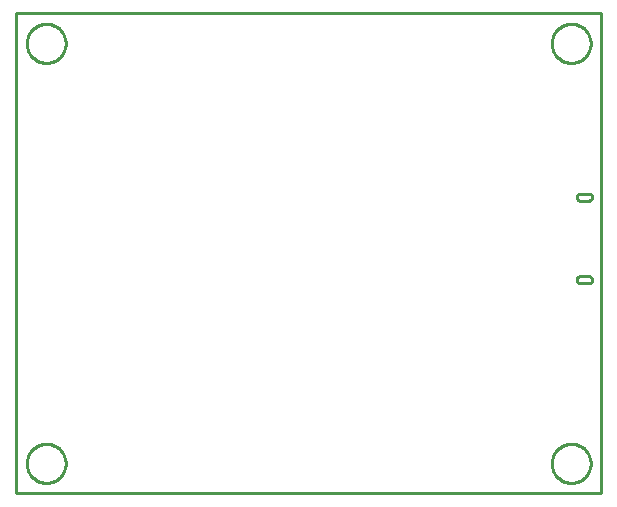
<source format=gbr>
G04 EAGLE Gerber RS-274X export*
G75*
%MOMM*%
%FSLAX34Y34*%
%LPD*%
%IN*%
%IPPOS*%
%AMOC8*
5,1,8,0,0,1.08239X$1,22.5*%
G01*
%ADD10C,0.254000*%


D10*
X165100Y381000D02*
X660400Y381000D01*
X660400Y787400D01*
X165100Y787400D01*
X165100Y381000D01*
X639620Y631900D02*
X639631Y631639D01*
X639666Y631379D01*
X639722Y631124D01*
X639801Y630874D01*
X639901Y630632D01*
X640022Y630400D01*
X640163Y630179D01*
X640322Y629972D01*
X640499Y629779D01*
X640692Y629602D01*
X640899Y629443D01*
X641120Y629302D01*
X641352Y629181D01*
X641594Y629081D01*
X641844Y629002D01*
X642099Y628946D01*
X642359Y628911D01*
X642620Y628900D01*
X649620Y628900D01*
X649881Y628911D01*
X650141Y628946D01*
X650396Y629002D01*
X650646Y629081D01*
X650888Y629181D01*
X651120Y629302D01*
X651341Y629443D01*
X651548Y629602D01*
X651741Y629779D01*
X651918Y629972D01*
X652077Y630179D01*
X652218Y630400D01*
X652339Y630632D01*
X652439Y630874D01*
X652518Y631124D01*
X652574Y631379D01*
X652609Y631639D01*
X652620Y631900D01*
X652609Y632161D01*
X652574Y632421D01*
X652518Y632676D01*
X652439Y632926D01*
X652339Y633168D01*
X652218Y633400D01*
X652077Y633621D01*
X651918Y633828D01*
X651741Y634021D01*
X651548Y634198D01*
X651341Y634357D01*
X651120Y634498D01*
X650888Y634619D01*
X650646Y634719D01*
X650396Y634798D01*
X650141Y634854D01*
X649881Y634889D01*
X649620Y634900D01*
X642620Y634900D01*
X642359Y634889D01*
X642099Y634854D01*
X641844Y634798D01*
X641594Y634719D01*
X641352Y634619D01*
X641120Y634498D01*
X640899Y634357D01*
X640692Y634198D01*
X640499Y634021D01*
X640322Y633828D01*
X640163Y633621D01*
X640022Y633400D01*
X639901Y633168D01*
X639801Y632926D01*
X639722Y632676D01*
X639666Y632421D01*
X639631Y632161D01*
X639620Y631900D01*
X639620Y561900D02*
X639631Y561639D01*
X639666Y561379D01*
X639722Y561124D01*
X639801Y560874D01*
X639901Y560632D01*
X640022Y560400D01*
X640163Y560179D01*
X640322Y559972D01*
X640499Y559779D01*
X640692Y559602D01*
X640899Y559443D01*
X641120Y559302D01*
X641352Y559181D01*
X641594Y559081D01*
X641844Y559002D01*
X642099Y558946D01*
X642359Y558911D01*
X642620Y558900D01*
X649620Y558900D01*
X649881Y558911D01*
X650141Y558946D01*
X650396Y559002D01*
X650646Y559081D01*
X650888Y559181D01*
X651120Y559302D01*
X651341Y559443D01*
X651548Y559602D01*
X651741Y559779D01*
X651918Y559972D01*
X652077Y560179D01*
X652218Y560400D01*
X652339Y560632D01*
X652439Y560874D01*
X652518Y561124D01*
X652574Y561379D01*
X652609Y561639D01*
X652620Y561900D01*
X652609Y562161D01*
X652574Y562421D01*
X652518Y562676D01*
X652439Y562926D01*
X652339Y563168D01*
X652218Y563400D01*
X652077Y563621D01*
X651918Y563828D01*
X651741Y564021D01*
X651548Y564198D01*
X651341Y564357D01*
X651120Y564498D01*
X650888Y564619D01*
X650646Y564719D01*
X650396Y564798D01*
X650141Y564854D01*
X649881Y564889D01*
X649620Y564900D01*
X642620Y564900D01*
X642359Y564889D01*
X642099Y564854D01*
X641844Y564798D01*
X641594Y564719D01*
X641352Y564619D01*
X641120Y564498D01*
X640899Y564357D01*
X640692Y564198D01*
X640499Y564021D01*
X640322Y563828D01*
X640163Y563621D01*
X640022Y563400D01*
X639901Y563168D01*
X639801Y562926D01*
X639722Y562676D01*
X639666Y562421D01*
X639631Y562161D01*
X639620Y561900D01*
X207010Y761460D02*
X206939Y760381D01*
X206798Y759309D01*
X206587Y758249D01*
X206308Y757205D01*
X205960Y756181D01*
X205546Y755183D01*
X205068Y754213D01*
X204528Y753277D01*
X203927Y752378D01*
X203269Y751521D01*
X202557Y750708D01*
X201792Y749944D01*
X200979Y749231D01*
X200122Y748573D01*
X199223Y747972D01*
X198287Y747432D01*
X197317Y746954D01*
X196319Y746540D01*
X195295Y746192D01*
X194251Y745913D01*
X193191Y745702D01*
X192119Y745561D01*
X191040Y745490D01*
X189960Y745490D01*
X188881Y745561D01*
X187809Y745702D01*
X186749Y745913D01*
X185705Y746192D01*
X184681Y746540D01*
X183683Y746954D01*
X182713Y747432D01*
X181777Y747972D01*
X180878Y748573D01*
X180021Y749231D01*
X179208Y749944D01*
X178444Y750708D01*
X177731Y751521D01*
X177073Y752378D01*
X176472Y753277D01*
X175932Y754213D01*
X175454Y755183D01*
X175040Y756181D01*
X174692Y757205D01*
X174413Y758249D01*
X174202Y759309D01*
X174061Y760381D01*
X173990Y761460D01*
X173990Y762540D01*
X174061Y763619D01*
X174202Y764691D01*
X174413Y765751D01*
X174692Y766795D01*
X175040Y767819D01*
X175454Y768817D01*
X175932Y769787D01*
X176472Y770723D01*
X177073Y771622D01*
X177731Y772479D01*
X178444Y773292D01*
X179208Y774057D01*
X180021Y774769D01*
X180878Y775427D01*
X181777Y776028D01*
X182713Y776568D01*
X183683Y777046D01*
X184681Y777460D01*
X185705Y777808D01*
X186749Y778087D01*
X187809Y778298D01*
X188881Y778439D01*
X189960Y778510D01*
X191040Y778510D01*
X192119Y778439D01*
X193191Y778298D01*
X194251Y778087D01*
X195295Y777808D01*
X196319Y777460D01*
X197317Y777046D01*
X198287Y776568D01*
X199223Y776028D01*
X200122Y775427D01*
X200979Y774769D01*
X201792Y774057D01*
X202557Y773292D01*
X203269Y772479D01*
X203927Y771622D01*
X204528Y770723D01*
X205068Y769787D01*
X205546Y768817D01*
X205960Y767819D01*
X206308Y766795D01*
X206587Y765751D01*
X206798Y764691D01*
X206939Y763619D01*
X207010Y762540D01*
X207010Y761460D01*
X651510Y761460D02*
X651439Y760381D01*
X651298Y759309D01*
X651087Y758249D01*
X650808Y757205D01*
X650460Y756181D01*
X650046Y755183D01*
X649568Y754213D01*
X649028Y753277D01*
X648427Y752378D01*
X647769Y751521D01*
X647057Y750708D01*
X646292Y749944D01*
X645479Y749231D01*
X644622Y748573D01*
X643723Y747972D01*
X642787Y747432D01*
X641817Y746954D01*
X640819Y746540D01*
X639795Y746192D01*
X638751Y745913D01*
X637691Y745702D01*
X636619Y745561D01*
X635540Y745490D01*
X634460Y745490D01*
X633381Y745561D01*
X632309Y745702D01*
X631249Y745913D01*
X630205Y746192D01*
X629181Y746540D01*
X628183Y746954D01*
X627213Y747432D01*
X626277Y747972D01*
X625378Y748573D01*
X624521Y749231D01*
X623708Y749944D01*
X622944Y750708D01*
X622231Y751521D01*
X621573Y752378D01*
X620972Y753277D01*
X620432Y754213D01*
X619954Y755183D01*
X619540Y756181D01*
X619192Y757205D01*
X618913Y758249D01*
X618702Y759309D01*
X618561Y760381D01*
X618490Y761460D01*
X618490Y762540D01*
X618561Y763619D01*
X618702Y764691D01*
X618913Y765751D01*
X619192Y766795D01*
X619540Y767819D01*
X619954Y768817D01*
X620432Y769787D01*
X620972Y770723D01*
X621573Y771622D01*
X622231Y772479D01*
X622944Y773292D01*
X623708Y774057D01*
X624521Y774769D01*
X625378Y775427D01*
X626277Y776028D01*
X627213Y776568D01*
X628183Y777046D01*
X629181Y777460D01*
X630205Y777808D01*
X631249Y778087D01*
X632309Y778298D01*
X633381Y778439D01*
X634460Y778510D01*
X635540Y778510D01*
X636619Y778439D01*
X637691Y778298D01*
X638751Y778087D01*
X639795Y777808D01*
X640819Y777460D01*
X641817Y777046D01*
X642787Y776568D01*
X643723Y776028D01*
X644622Y775427D01*
X645479Y774769D01*
X646292Y774057D01*
X647057Y773292D01*
X647769Y772479D01*
X648427Y771622D01*
X649028Y770723D01*
X649568Y769787D01*
X650046Y768817D01*
X650460Y767819D01*
X650808Y766795D01*
X651087Y765751D01*
X651298Y764691D01*
X651439Y763619D01*
X651510Y762540D01*
X651510Y761460D01*
X207010Y405860D02*
X206939Y404781D01*
X206798Y403709D01*
X206587Y402649D01*
X206308Y401605D01*
X205960Y400581D01*
X205546Y399583D01*
X205068Y398613D01*
X204528Y397677D01*
X203927Y396778D01*
X203269Y395921D01*
X202557Y395108D01*
X201792Y394344D01*
X200979Y393631D01*
X200122Y392973D01*
X199223Y392372D01*
X198287Y391832D01*
X197317Y391354D01*
X196319Y390940D01*
X195295Y390592D01*
X194251Y390313D01*
X193191Y390102D01*
X192119Y389961D01*
X191040Y389890D01*
X189960Y389890D01*
X188881Y389961D01*
X187809Y390102D01*
X186749Y390313D01*
X185705Y390592D01*
X184681Y390940D01*
X183683Y391354D01*
X182713Y391832D01*
X181777Y392372D01*
X180878Y392973D01*
X180021Y393631D01*
X179208Y394344D01*
X178444Y395108D01*
X177731Y395921D01*
X177073Y396778D01*
X176472Y397677D01*
X175932Y398613D01*
X175454Y399583D01*
X175040Y400581D01*
X174692Y401605D01*
X174413Y402649D01*
X174202Y403709D01*
X174061Y404781D01*
X173990Y405860D01*
X173990Y406940D01*
X174061Y408019D01*
X174202Y409091D01*
X174413Y410151D01*
X174692Y411195D01*
X175040Y412219D01*
X175454Y413217D01*
X175932Y414187D01*
X176472Y415123D01*
X177073Y416022D01*
X177731Y416879D01*
X178444Y417692D01*
X179208Y418457D01*
X180021Y419169D01*
X180878Y419827D01*
X181777Y420428D01*
X182713Y420968D01*
X183683Y421446D01*
X184681Y421860D01*
X185705Y422208D01*
X186749Y422487D01*
X187809Y422698D01*
X188881Y422839D01*
X189960Y422910D01*
X191040Y422910D01*
X192119Y422839D01*
X193191Y422698D01*
X194251Y422487D01*
X195295Y422208D01*
X196319Y421860D01*
X197317Y421446D01*
X198287Y420968D01*
X199223Y420428D01*
X200122Y419827D01*
X200979Y419169D01*
X201792Y418457D01*
X202557Y417692D01*
X203269Y416879D01*
X203927Y416022D01*
X204528Y415123D01*
X205068Y414187D01*
X205546Y413217D01*
X205960Y412219D01*
X206308Y411195D01*
X206587Y410151D01*
X206798Y409091D01*
X206939Y408019D01*
X207010Y406940D01*
X207010Y405860D01*
X651510Y405860D02*
X651439Y404781D01*
X651298Y403709D01*
X651087Y402649D01*
X650808Y401605D01*
X650460Y400581D01*
X650046Y399583D01*
X649568Y398613D01*
X649028Y397677D01*
X648427Y396778D01*
X647769Y395921D01*
X647057Y395108D01*
X646292Y394344D01*
X645479Y393631D01*
X644622Y392973D01*
X643723Y392372D01*
X642787Y391832D01*
X641817Y391354D01*
X640819Y390940D01*
X639795Y390592D01*
X638751Y390313D01*
X637691Y390102D01*
X636619Y389961D01*
X635540Y389890D01*
X634460Y389890D01*
X633381Y389961D01*
X632309Y390102D01*
X631249Y390313D01*
X630205Y390592D01*
X629181Y390940D01*
X628183Y391354D01*
X627213Y391832D01*
X626277Y392372D01*
X625378Y392973D01*
X624521Y393631D01*
X623708Y394344D01*
X622944Y395108D01*
X622231Y395921D01*
X621573Y396778D01*
X620972Y397677D01*
X620432Y398613D01*
X619954Y399583D01*
X619540Y400581D01*
X619192Y401605D01*
X618913Y402649D01*
X618702Y403709D01*
X618561Y404781D01*
X618490Y405860D01*
X618490Y406940D01*
X618561Y408019D01*
X618702Y409091D01*
X618913Y410151D01*
X619192Y411195D01*
X619540Y412219D01*
X619954Y413217D01*
X620432Y414187D01*
X620972Y415123D01*
X621573Y416022D01*
X622231Y416879D01*
X622944Y417692D01*
X623708Y418457D01*
X624521Y419169D01*
X625378Y419827D01*
X626277Y420428D01*
X627213Y420968D01*
X628183Y421446D01*
X629181Y421860D01*
X630205Y422208D01*
X631249Y422487D01*
X632309Y422698D01*
X633381Y422839D01*
X634460Y422910D01*
X635540Y422910D01*
X636619Y422839D01*
X637691Y422698D01*
X638751Y422487D01*
X639795Y422208D01*
X640819Y421860D01*
X641817Y421446D01*
X642787Y420968D01*
X643723Y420428D01*
X644622Y419827D01*
X645479Y419169D01*
X646292Y418457D01*
X647057Y417692D01*
X647769Y416879D01*
X648427Y416022D01*
X649028Y415123D01*
X649568Y414187D01*
X650046Y413217D01*
X650460Y412219D01*
X650808Y411195D01*
X651087Y410151D01*
X651298Y409091D01*
X651439Y408019D01*
X651510Y406940D01*
X651510Y405860D01*
M02*

</source>
